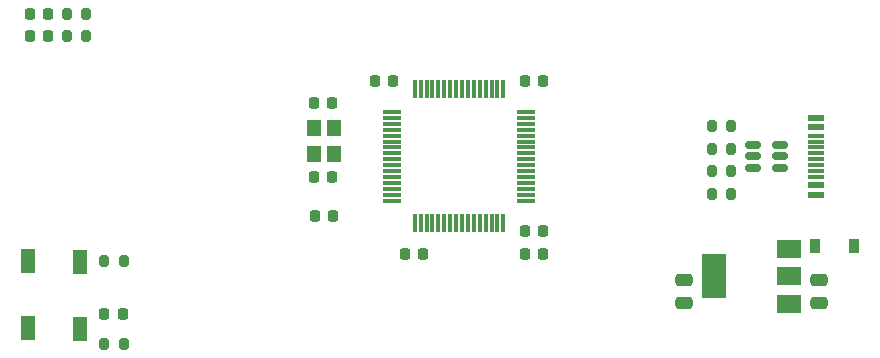
<source format=gbr>
G04 #@! TF.GenerationSoftware,KiCad,Pcbnew,6.0.7+dfsg-1+b1*
G04 #@! TF.CreationDate,2022-09-12T16:58:50+08:00*
G04 #@! TF.ProjectId,mcustm32f446,6d637573-746d-4333-9266-3434362e6b69,a*
G04 #@! TF.SameCoordinates,PX6b302f8PY7aeef28*
G04 #@! TF.FileFunction,Paste,Top*
G04 #@! TF.FilePolarity,Positive*
%FSLAX46Y46*%
G04 Gerber Fmt 4.6, Leading zero omitted, Abs format (unit mm)*
G04 Created by KiCad (PCBNEW 6.0.7+dfsg-1+b1) date 2022-09-12 16:58:50*
%MOMM*%
%LPD*%
G01*
G04 APERTURE LIST*
G04 Aperture macros list*
%AMRoundRect*
0 Rectangle with rounded corners*
0 $1 Rounding radius*
0 $2 $3 $4 $5 $6 $7 $8 $9 X,Y pos of 4 corners*
0 Add a 4 corners polygon primitive as box body*
4,1,4,$2,$3,$4,$5,$6,$7,$8,$9,$2,$3,0*
0 Add four circle primitives for the rounded corners*
1,1,$1+$1,$2,$3*
1,1,$1+$1,$4,$5*
1,1,$1+$1,$6,$7*
1,1,$1+$1,$8,$9*
0 Add four rect primitives between the rounded corners*
20,1,$1+$1,$2,$3,$4,$5,0*
20,1,$1+$1,$4,$5,$6,$7,0*
20,1,$1+$1,$6,$7,$8,$9,0*
20,1,$1+$1,$8,$9,$2,$3,0*%
G04 Aperture macros list end*
%ADD10R,0.900000X1.200000*%
%ADD11R,1.450000X0.600000*%
%ADD12R,1.450000X0.300000*%
%ADD13R,1.200000X2.000000*%
%ADD14RoundRect,0.225000X0.225000X0.250000X-0.225000X0.250000X-0.225000X-0.250000X0.225000X-0.250000X0*%
%ADD15RoundRect,0.225000X-0.225000X-0.250000X0.225000X-0.250000X0.225000X0.250000X-0.225000X0.250000X0*%
%ADD16R,2.000000X1.500000*%
%ADD17R,2.000000X3.800000*%
%ADD18RoundRect,0.250000X-0.475000X0.250000X-0.475000X-0.250000X0.475000X-0.250000X0.475000X0.250000X0*%
%ADD19RoundRect,0.218750X0.218750X0.256250X-0.218750X0.256250X-0.218750X-0.256250X0.218750X-0.256250X0*%
%ADD20RoundRect,0.200000X-0.200000X-0.275000X0.200000X-0.275000X0.200000X0.275000X-0.200000X0.275000X0*%
%ADD21RoundRect,0.150000X-0.512500X-0.150000X0.512500X-0.150000X0.512500X0.150000X-0.512500X0.150000X0*%
%ADD22RoundRect,0.200000X0.200000X0.275000X-0.200000X0.275000X-0.200000X-0.275000X0.200000X-0.275000X0*%
%ADD23R,1.200000X1.400000*%
%ADD24RoundRect,0.075000X-0.700000X-0.075000X0.700000X-0.075000X0.700000X0.075000X-0.700000X0.075000X0*%
%ADD25RoundRect,0.075000X-0.075000X-0.700000X0.075000X-0.700000X0.075000X0.700000X-0.075000X0.700000X0*%
G04 APERTURE END LIST*
D10*
G04 #@! TO.C,D2*
X70105000Y19685000D03*
X73405000Y19685000D03*
G04 #@! TD*
D11*
G04 #@! TO.C,J1*
X70250000Y24055000D03*
X70250000Y24855000D03*
D12*
X70250000Y26055000D03*
X70250000Y27055000D03*
X70250000Y27555000D03*
X70250000Y28555000D03*
D11*
X70250000Y29755000D03*
X70250000Y30555000D03*
X70250000Y30555000D03*
X70250000Y29755000D03*
D12*
X70250000Y29055000D03*
X70250000Y28055000D03*
X70250000Y26555000D03*
X70250000Y25555000D03*
D11*
X70250000Y24855000D03*
X70250000Y24055000D03*
G04 #@! TD*
D13*
G04 #@! TO.C,SW1*
X3515000Y12750000D03*
X7915000Y12700000D03*
G04 #@! TD*
G04 #@! TO.C,SW2*
X7915000Y18365000D03*
X3515000Y18415000D03*
G04 #@! TD*
D14*
G04 #@! TO.C,C5*
X34430000Y33655000D03*
X32880000Y33655000D03*
G04 #@! TD*
D15*
G04 #@! TO.C,C6*
X45580000Y33655000D03*
X47130000Y33655000D03*
G04 #@! TD*
D14*
G04 #@! TO.C,C7*
X29350000Y22225000D03*
X27800000Y22225000D03*
G04 #@! TD*
G04 #@! TO.C,C8*
X36970000Y19050000D03*
X35420000Y19050000D03*
G04 #@! TD*
D16*
G04 #@! TO.C,U1*
X67920000Y14845000D03*
X67920000Y17145000D03*
D17*
X61620000Y17145000D03*
D16*
X67920000Y19445000D03*
G04 #@! TD*
D18*
G04 #@! TO.C,C1*
X70485000Y16825000D03*
X70485000Y14925000D03*
G04 #@! TD*
D15*
G04 #@! TO.C,C2*
X9980000Y13970000D03*
X11530000Y13970000D03*
G04 #@! TD*
D19*
G04 #@! TO.C,D1*
X5232500Y39370000D03*
X3657500Y39370000D03*
G04 #@! TD*
G04 #@! TO.C,D3*
X5232500Y37465000D03*
X3657500Y37465000D03*
G04 #@! TD*
D20*
G04 #@! TO.C,R4*
X61405000Y29845000D03*
X63055000Y29845000D03*
G04 #@! TD*
G04 #@! TO.C,R7*
X6795000Y39370000D03*
X8445000Y39370000D03*
G04 #@! TD*
G04 #@! TO.C,R8*
X6795000Y37465000D03*
X8445000Y37465000D03*
G04 #@! TD*
D15*
G04 #@! TO.C,C9*
X27730000Y31805000D03*
X29280000Y31805000D03*
G04 #@! TD*
D14*
G04 #@! TO.C,C11*
X29280000Y25555000D03*
X27730000Y25555000D03*
G04 #@! TD*
D21*
G04 #@! TO.C,U2*
X64902500Y28255000D03*
X64902500Y27305000D03*
X64902500Y26355000D03*
X67177500Y26355000D03*
X67177500Y27305000D03*
X67177500Y28255000D03*
G04 #@! TD*
D15*
G04 #@! TO.C,C4*
X45580000Y20955000D03*
X47130000Y20955000D03*
G04 #@! TD*
G04 #@! TO.C,C10*
X45580000Y19050000D03*
X47130000Y19050000D03*
G04 #@! TD*
D22*
G04 #@! TO.C,R1*
X11620000Y11430000D03*
X9970000Y11430000D03*
G04 #@! TD*
D20*
G04 #@! TO.C,R2*
X9970000Y18415000D03*
X11620000Y18415000D03*
G04 #@! TD*
D23*
G04 #@! TO.C,Y1*
X27725000Y29675000D03*
X27725000Y27475000D03*
X29425000Y27475000D03*
X29425000Y29675000D03*
G04 #@! TD*
D18*
G04 #@! TO.C,C3*
X59055000Y16825000D03*
X59055000Y14925000D03*
G04 #@! TD*
D24*
G04 #@! TO.C,U3*
X34330000Y31055000D03*
X34330000Y30555000D03*
X34330000Y30055000D03*
X34330000Y29555000D03*
X34330000Y29055000D03*
X34330000Y28555000D03*
X34330000Y28055000D03*
X34330000Y27555000D03*
X34330000Y27055000D03*
X34330000Y26555000D03*
X34330000Y26055000D03*
X34330000Y25555000D03*
X34330000Y25055000D03*
X34330000Y24555000D03*
X34330000Y24055000D03*
X34330000Y23555000D03*
D25*
X36255000Y21630000D03*
X36755000Y21630000D03*
X37255000Y21630000D03*
X37755000Y21630000D03*
X38255000Y21630000D03*
X38755000Y21630000D03*
X39255000Y21630000D03*
X39755000Y21630000D03*
X40255000Y21630000D03*
X40755000Y21630000D03*
X41255000Y21630000D03*
X41755000Y21630000D03*
X42255000Y21630000D03*
X42755000Y21630000D03*
X43255000Y21630000D03*
X43755000Y21630000D03*
D24*
X45680000Y23555000D03*
X45680000Y24055000D03*
X45680000Y24555000D03*
X45680000Y25055000D03*
X45680000Y25555000D03*
X45680000Y26055000D03*
X45680000Y26555000D03*
X45680000Y27055000D03*
X45680000Y27555000D03*
X45680000Y28055000D03*
X45680000Y28555000D03*
X45680000Y29055000D03*
X45680000Y29555000D03*
X45680000Y30055000D03*
X45680000Y30555000D03*
X45680000Y31055000D03*
D25*
X43755000Y32980000D03*
X43255000Y32980000D03*
X42755000Y32980000D03*
X42255000Y32980000D03*
X41755000Y32980000D03*
X41255000Y32980000D03*
X40755000Y32980000D03*
X40255000Y32980000D03*
X39755000Y32980000D03*
X39255000Y32980000D03*
X38755000Y32980000D03*
X38255000Y32980000D03*
X37755000Y32980000D03*
X37255000Y32980000D03*
X36755000Y32980000D03*
X36255000Y32980000D03*
G04 #@! TD*
D22*
G04 #@! TO.C,R6*
X63055000Y27940000D03*
X61405000Y27940000D03*
G04 #@! TD*
D20*
G04 #@! TO.C,R3*
X61405000Y24130000D03*
X63055000Y24130000D03*
G04 #@! TD*
D22*
G04 #@! TO.C,R5*
X63055000Y26035000D03*
X61405000Y26035000D03*
G04 #@! TD*
M02*

</source>
